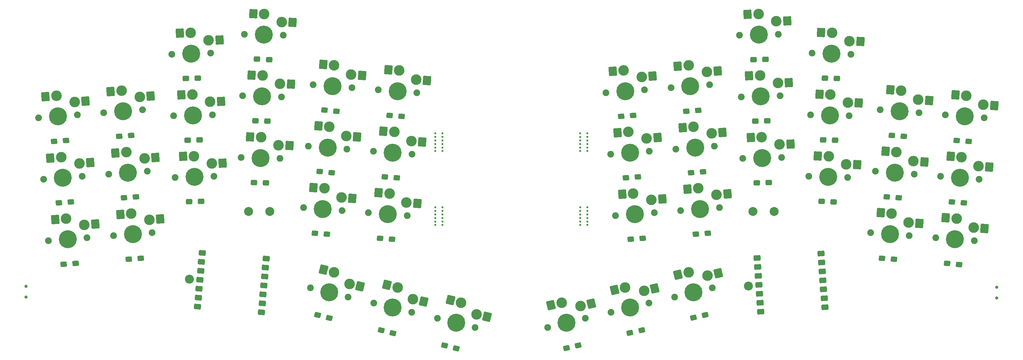
<source format=gbs>
%TF.GenerationSoftware,KiCad,Pcbnew,9.0.0*%
%TF.CreationDate,2025-07-06T20:28:58+03:00*%
%TF.ProjectId,NIOKR,4e494f4b-522e-46b6-9963-61645f706362,rev?*%
%TF.SameCoordinates,Original*%
%TF.FileFunction,Soldermask,Bot*%
%TF.FilePolarity,Negative*%
%FSLAX46Y46*%
G04 Gerber Fmt 4.6, Leading zero omitted, Abs format (unit mm)*
G04 Created by KiCad (PCBNEW 9.0.0) date 2025-07-06 20:28:58*
%MOMM*%
%LPD*%
G01*
G04 APERTURE LIST*
G04 Aperture macros list*
%AMRoundRect*
0 Rectangle with rounded corners*
0 $1 Rounding radius*
0 $2 $3 $4 $5 $6 $7 $8 $9 X,Y pos of 4 corners*
0 Add a 4 corners polygon primitive as box body*
4,1,4,$2,$3,$4,$5,$6,$7,$8,$9,$2,$3,0*
0 Add four circle primitives for the rounded corners*
1,1,$1+$1,$2,$3*
1,1,$1+$1,$4,$5*
1,1,$1+$1,$6,$7*
1,1,$1+$1,$8,$9*
0 Add four rect primitives between the rounded corners*
20,1,$1+$1,$2,$3,$4,$5,0*
20,1,$1+$1,$4,$5,$6,$7,0*
20,1,$1+$1,$6,$7,$8,$9,0*
20,1,$1+$1,$8,$9,$2,$3,0*%
G04 Aperture macros list end*
%ADD10RoundRect,0.250000X-0.792903X-0.457635X0.701389X-0.588369X0.792903X0.457635X-0.701389X0.588369X0*%
%ADD11RoundRect,0.250000X-0.711551X-0.576038X0.784795X-0.471404X0.711551X0.576038X-0.784795X0.471404X0*%
%ADD12C,0.900000*%
%ADD13C,1.900000*%
%ADD14C,3.000000*%
%ADD15C,5.100000*%
%ADD16RoundRect,0.250000X0.927177X1.026081X-0.872206X1.073199X-0.927177X-1.026081X0.872206X-1.073199X0*%
%ADD17C,0.600000*%
%ADD18RoundRect,0.250000X0.979608X0.976150X-0.814844X1.117376X-0.979608X-0.976150X0.814844X-1.117376X0*%
%ADD19RoundRect,0.250000X0.814844X1.117376X-0.979608X0.976150X-0.814844X-1.117376X0.979608X-0.976150X0*%
%ADD20RoundRect,0.250000X0.872206X1.073199X-0.927177X1.026081X-0.872206X-1.073199X0.927177X-1.026081X0*%
%ADD21C,2.540000*%
%ADD22RoundRect,0.250000X1.120251X0.810888X-0.630015X1.231089X-1.120251X-0.810888X0.630015X-1.231089X0*%
%ADD23RoundRect,0.250000X0.630015X1.231089X-1.120251X0.810888X-0.630015X-1.231089X1.120251X-0.810888X0*%
%ADD24RoundRect,0.250000X0.691104X0.441446X-0.603949X0.554749X-0.691104X-0.441446X0.603949X-0.554749X0*%
%ADD25RoundRect,0.250000X0.613538X0.544124X-0.683295X0.453440X-0.613538X-0.544124X0.683295X-0.453440X0*%
%ADD26RoundRect,0.250000X0.751653X0.327899X-0.509731X0.642397X-0.751653X-0.327899X0.509731X-0.642397X0*%
%ADD27RoundRect,0.250000X0.641175X0.511268X-0.658627X0.488580X-0.641175X-0.511268X0.658627X-0.488580X0*%
%ADD28RoundRect,0.250000X0.667054X0.477011X-0.632154X0.522380X-0.667054X-0.477011X0.632154X-0.522380X0*%
%ADD29RoundRect,0.250000X0.520865X0.633403X-0.745816X0.340967X-0.520865X-0.633403X0.745816X-0.340967X0*%
G04 APERTURE END LIST*
D10*
%TO.C,U1*%
X-123931435Y-26227011D03*
X-123710059Y-23696677D03*
X-123488683Y-21166342D03*
X-123267308Y-18636008D03*
X-123045932Y-16105673D03*
X-122824557Y-13575339D03*
X-122603181Y-11045004D03*
X-104492361Y-12629495D03*
X-104713737Y-15159830D03*
X-104935113Y-17690164D03*
X-105156488Y-20220499D03*
X-105377864Y-22750834D03*
X-105599239Y-25281168D03*
X-105820615Y-27811503D03*
%TD*%
D11*
%TO.C,U2*%
X35684649Y-27663064D03*
X35507467Y-25129252D03*
X35330286Y-22595439D03*
X35153105Y-20061626D03*
X34975923Y-17527814D03*
X34798742Y-14994001D03*
X34621560Y-12460188D03*
X52757275Y-11192016D03*
X52934456Y-13725828D03*
X53111638Y-16259641D03*
X53288819Y-18793454D03*
X53466000Y-21327266D03*
X53643182Y-23861079D03*
X53820363Y-26394892D03*
%TD*%
D12*
%TO.C,L-PSW1*%
X-172558800Y-23503500D03*
X-172508800Y-20503500D03*
%TD*%
D13*
%TO.C,R-S2*%
X50213485Y45701273D03*
D14*
X55866044Y51455278D03*
D15*
X55711600Y45557300D03*
D14*
X60806741Y49125147D03*
D13*
X61209715Y45413327D03*
D16*
X63905679Y49043999D03*
X52767106Y51536427D03*
%TD*%
D17*
%TO.C,mbites4*%
X-13460600Y1914600D03*
X-13460600Y914600D03*
X-13460600Y-85400D03*
X-13460600Y-1085400D03*
X-13460600Y-2085400D03*
X-13460600Y-3085400D03*
%TD*%
D13*
%TO.C,R-S1*%
X69539555Y29635325D03*
D14*
X75485509Y35085612D03*
D15*
X75022600Y29203800D03*
D14*
X80297485Y32500099D03*
D13*
X80505645Y28772275D03*
D18*
X83387929Y32256875D03*
X72395065Y35328835D03*
%TD*%
D13*
%TO.C,L-S0*%
X-168948545Y27320775D03*
D14*
X-163928409Y33634112D03*
D15*
X-163465500Y27752300D03*
D14*
X-158771212Y31833190D03*
D13*
X-157982455Y28183825D03*
D19*
X-155680768Y32076413D03*
X-167018852Y33390889D03*
%TD*%
D13*
%TO.C,R-S5*%
X-8229145Y34460575D03*
D14*
X-3209009Y40773912D03*
D15*
X-2746100Y34892100D03*
D14*
X1948188Y38972990D03*
D13*
X2736945Y35323625D03*
D19*
X5038632Y39216213D03*
X-6299452Y40530689D03*
%TD*%
D13*
%TO.C,L-S8*%
X-130751615Y27919227D03*
D14*
X-125407944Y33961178D03*
D15*
X-125253500Y28063200D03*
D14*
X-120352068Y31892817D03*
D13*
X-119755385Y28207173D03*
D20*
X-117253130Y31973965D03*
X-128506882Y33880030D03*
%TD*%
D13*
%TO.C,L-S2*%
X-131209715Y45413327D03*
D14*
X-125866044Y51455278D03*
D15*
X-125711600Y45557300D03*
D14*
X-120810168Y49386917D03*
D13*
X-120213485Y45701273D03*
D20*
X-117711230Y49468065D03*
X-128964982Y51374130D03*
%TD*%
D13*
%TO.C,R-S6*%
X86609455Y10737825D03*
D14*
X92555409Y16188112D03*
D15*
X92092500Y10306300D03*
D14*
X97367385Y13602599D03*
D13*
X97575545Y9874775D03*
D18*
X100457829Y13359375D03*
X89464965Y16431335D03*
%TD*%
D21*
%TO.C,L-BAT+1*%
X-109449000Y754900D03*
%TD*%
%TO.C,L-GND1*%
X-103449000Y754900D03*
%TD*%
D13*
%TO.C,R-S8*%
X49755385Y28207173D03*
D14*
X55407944Y33961178D03*
D15*
X55253500Y28063200D03*
D14*
X60348641Y31631047D03*
D13*
X60751615Y27919227D03*
D16*
X63447579Y31549899D03*
X52309006Y34042327D03*
%TD*%
D13*
%TO.C,L-S11*%
X-74110045Y17877625D03*
D14*
X-68164091Y23327912D03*
D15*
X-68627000Y17446100D03*
D14*
X-63352115Y20742399D03*
D13*
X-63143955Y17014575D03*
D18*
X-60261671Y20499175D03*
X-71254535Y23571135D03*
%TD*%
D13*
%TO.C,L-S20*%
X-55980135Y-29572350D03*
D14*
X-49254772Y-25119317D03*
D15*
X-50632100Y-30856300D03*
D14*
X-44906503Y-28425758D03*
D13*
X-45284065Y-32140250D03*
D22*
X-41892156Y-29149439D03*
X-52269119Y-24395637D03*
%TD*%
D17*
%TO.C,mbites1*%
X-56539400Y22914800D03*
X-56539400Y21914800D03*
X-56539400Y20914800D03*
X-56539400Y19914800D03*
X-56539400Y18914800D03*
X-56539400Y17914800D03*
%TD*%
D13*
%TO.C,L-S18*%
X-91957835Y-20934850D03*
D14*
X-85232472Y-16481817D03*
D15*
X-86609800Y-22218800D03*
D14*
X-80884203Y-19788258D03*
D13*
X-81261765Y-23502750D03*
D22*
X-77869856Y-20511939D03*
X-88246819Y-15758137D03*
%TD*%
D17*
%TO.C,mbites2*%
X-56536600Y1917300D03*
X-56536600Y917300D03*
X-56536600Y-82700D03*
X-56536600Y-1082700D03*
X-56536600Y-2082700D03*
X-56536600Y-3082700D03*
%TD*%
D13*
%TO.C,L-S5*%
X-72736945Y35323625D03*
D14*
X-66790991Y40773912D03*
D15*
X-67253900Y34892100D03*
D14*
X-61979015Y38188399D03*
D13*
X-61770855Y34460575D03*
D18*
X-58888571Y37945175D03*
X-69881435Y41017135D03*
%TD*%
D13*
%TO.C,R-S14*%
X49297285Y10713173D03*
D14*
X54949844Y16467178D03*
D15*
X54795400Y10569200D03*
D14*
X59890541Y14137047D03*
D13*
X60293515Y10425227D03*
D16*
X62989479Y14055899D03*
X51850906Y16548327D03*
%TD*%
D13*
%TO.C,R-S4*%
X10213855Y35912075D03*
D14*
X15233991Y42225412D03*
D15*
X15696900Y36343600D03*
D14*
X20391188Y40424490D03*
D13*
X21179945Y36775125D03*
D19*
X23481632Y40667713D03*
X12143548Y41982189D03*
%TD*%
D13*
%TO.C,R-S3*%
X29680485Y50794327D03*
D14*
X35024156Y56836278D03*
D15*
X35178600Y50938300D03*
D14*
X40080032Y54767917D03*
D13*
X40676715Y51082273D03*
D20*
X43178970Y54849065D03*
X31925218Y56755130D03*
%TD*%
D13*
%TO.C,L-S14*%
X-130293515Y10425227D03*
D14*
X-124949844Y16467178D03*
D15*
X-124795400Y10569200D03*
D14*
X-119893968Y14398817D03*
D13*
X-119297285Y10713173D03*
D20*
X-116795030Y14479965D03*
X-128048782Y16386030D03*
%TD*%
D13*
%TO.C,R-S18*%
X11261765Y-23502750D03*
D14*
X15232472Y-16481817D03*
D15*
X16609800Y-22218800D03*
D14*
X20607902Y-17453804D03*
D13*
X21957835Y-20934850D03*
D23*
X23622249Y-16730124D03*
X12218126Y-17205498D03*
%TD*%
D13*
%TO.C,L-S9*%
X-111134815Y33588273D03*
D14*
X-105482256Y39342278D03*
D15*
X-105636700Y33444300D03*
D14*
X-100541559Y37012147D03*
D13*
X-100138585Y33300327D03*
D16*
X-97442621Y36930999D03*
X-108581194Y39423427D03*
%TD*%
D13*
%TO.C,L-S3*%
X-110676715Y51082273D03*
D14*
X-105024156Y56836278D03*
D15*
X-105178600Y50938300D03*
D14*
X-100083459Y54506147D03*
D13*
X-99680485Y50794327D03*
D16*
X-96984521Y54424999D03*
X-108123094Y56917427D03*
%TD*%
D13*
%TO.C,R-S7*%
X68166455Y12189325D03*
D14*
X74112409Y17639612D03*
D15*
X73649500Y11757800D03*
D14*
X78924385Y15054099D03*
D13*
X79132545Y11326275D03*
D18*
X82014829Y14810875D03*
X71021965Y17882835D03*
%TD*%
D13*
%TO.C,L-S6*%
X-167575545Y9874775D03*
D14*
X-162555409Y16188112D03*
D15*
X-162092500Y10306300D03*
D14*
X-157398212Y14387190D03*
D13*
X-156609455Y10737825D03*
D19*
X-154307768Y14630413D03*
X-165645852Y15944889D03*
%TD*%
D13*
%TO.C,R-S10*%
X11586855Y18465975D03*
D14*
X16606991Y24779312D03*
D15*
X17069900Y18897500D03*
D14*
X21764188Y22978390D03*
D13*
X22552945Y19329025D03*
D19*
X24854632Y23221613D03*
X13516548Y24536089D03*
%TD*%
D13*
%TO.C,L-S7*%
X-149132545Y11326275D03*
D14*
X-144112409Y17639612D03*
D15*
X-143649500Y11757800D03*
D14*
X-138955212Y15838690D03*
D13*
X-138166455Y12189325D03*
D19*
X-135864768Y16081913D03*
X-147202852Y17396389D03*
%TD*%
D13*
%TO.C,R-S9*%
X30138585Y33300327D03*
D14*
X35482256Y39342278D03*
D15*
X35636700Y33444300D03*
D14*
X40538132Y37273917D03*
D13*
X41134815Y33588273D03*
D20*
X43637070Y37355065D03*
X32383318Y39261130D03*
%TD*%
D13*
%TO.C,R-S19*%
X-6727135Y-27821450D03*
D14*
X-2756428Y-20800517D03*
D15*
X-1379100Y-26537500D03*
D14*
X2619002Y-21772504D03*
D13*
X3968935Y-25253550D03*
D23*
X5633349Y-21048824D03*
X-5770774Y-21524198D03*
%TD*%
D17*
%TO.C,mbites3*%
X-13459000Y22917200D03*
X-13459000Y21917200D03*
X-13459000Y20917200D03*
X-13459000Y19917200D03*
X-13459000Y18917200D03*
X-13459000Y17917200D03*
%TD*%
D13*
%TO.C,R-S11*%
X-6856045Y17014575D03*
D14*
X-1835909Y23327912D03*
D15*
X-1373000Y17446100D03*
D14*
X3321288Y21526990D03*
D13*
X4110045Y17877625D03*
D19*
X6411732Y21770213D03*
X-4926352Y23084689D03*
%TD*%
D13*
%TO.C,L-S1*%
X-150505645Y28772275D03*
D14*
X-145485509Y35085612D03*
D15*
X-145022600Y29203800D03*
D14*
X-140328312Y33284690D03*
D13*
X-139539555Y29635325D03*
D19*
X-137237868Y33527913D03*
X-148575952Y34842389D03*
%TD*%
D13*
%TO.C,R-S13*%
X66793455Y-5256775D03*
D14*
X72739409Y193512D03*
D15*
X72276500Y-5688300D03*
D14*
X77551385Y-2392001D03*
D13*
X77759545Y-6119825D03*
D18*
X80641829Y-2635225D03*
X69648965Y436735D03*
%TD*%
D17*
%TO.C,mbites6*%
X-54539400Y1914600D03*
X-54539400Y914600D03*
X-54539400Y-85400D03*
X-54539400Y-1085400D03*
X-54539400Y-2085400D03*
X-54539400Y-3085400D03*
%TD*%
D21*
%TO.C,L-BAT+2*%
X-126268800Y-18479400D03*
%TD*%
D13*
%TO.C,L-S17*%
X-75483045Y431525D03*
D14*
X-69537091Y5881812D03*
D15*
X-70000000Y0D03*
D14*
X-64725115Y3296299D03*
D13*
X-64516955Y-431525D03*
D18*
X-61634671Y3053075D03*
X-72627535Y6125035D03*
%TD*%
D21*
%TO.C,R-BAT+1*%
X39449000Y754900D03*
%TD*%
D13*
%TO.C,L-S4*%
X-91179945Y36775125D03*
D14*
X-85233991Y42225412D03*
D15*
X-85696900Y36343600D03*
D14*
X-80422015Y39639899D03*
D13*
X-80213855Y35912075D03*
D18*
X-77331571Y39396675D03*
X-88324435Y42468635D03*
%TD*%
D12*
%TO.C,R-PSW1*%
X102558800Y-20751000D03*
X102508800Y-23751000D03*
%TD*%
D13*
%TO.C,L-S15*%
X-111592915Y16094273D03*
D14*
X-105940356Y21848278D03*
D15*
X-106094800Y15950300D03*
D14*
X-100999659Y19518147D03*
D13*
X-100596685Y15806327D03*
D16*
X-97900721Y19436999D03*
X-109039294Y21929427D03*
%TD*%
D13*
%TO.C,R-S20*%
X-24715935Y-32140250D03*
D14*
X-20745228Y-25119317D03*
D15*
X-19367900Y-30856300D03*
D14*
X-15369798Y-26091304D03*
D13*
X-14019865Y-29572350D03*
D23*
X-12355451Y-25367624D03*
X-23759574Y-25842998D03*
%TD*%
D21*
%TO.C,R-GND1*%
X33449000Y754900D03*
%TD*%
D13*
%TO.C,L-S19*%
X-73969035Y-25253550D03*
D14*
X-67243672Y-20800517D03*
D15*
X-68621000Y-26537500D03*
D14*
X-62895403Y-24106958D03*
D13*
X-63272965Y-27821450D03*
D22*
X-59881056Y-24830639D03*
X-70258019Y-20076837D03*
%TD*%
D13*
%TO.C,R-S16*%
X12959955Y1019975D03*
D14*
X17980091Y7333312D03*
D15*
X18443000Y1451500D03*
D14*
X23137288Y5532390D03*
D13*
X23926045Y1883025D03*
D19*
X26227732Y5775613D03*
X14889648Y7090089D03*
%TD*%
D13*
%TO.C,R-S12*%
X85236455Y-6708275D03*
D14*
X91182409Y-1257988D03*
D15*
X90719500Y-7139800D03*
D14*
X95994385Y-3843501D03*
D13*
X96202545Y-7571325D03*
D18*
X99084829Y-4086725D03*
X88091965Y-1014765D03*
%TD*%
D13*
%TO.C,L-S10*%
X-92552945Y19329025D03*
D14*
X-86606991Y24779312D03*
D15*
X-87069900Y18897500D03*
D14*
X-81795015Y22193799D03*
D13*
X-81586855Y18465975D03*
D18*
X-78704571Y21950575D03*
X-89697435Y25022535D03*
%TD*%
D13*
%TO.C,R-S0*%
X87982455Y28183825D03*
D14*
X93928409Y33634112D03*
D15*
X93465500Y27752300D03*
D14*
X98740385Y31048599D03*
D13*
X98948545Y27320775D03*
D18*
X101830829Y30805375D03*
X90837965Y33877335D03*
%TD*%
D17*
%TO.C,mbites8*%
X-15460600Y1914800D03*
X-15460600Y914800D03*
X-15460600Y-85200D03*
X-15460600Y-1085200D03*
X-15460600Y-2085200D03*
X-15460600Y-3085200D03*
%TD*%
D13*
%TO.C,L-S13*%
X-147759545Y-6119825D03*
D14*
X-142739409Y193512D03*
D15*
X-142276500Y-5688300D03*
D14*
X-137582212Y-1607410D03*
D13*
X-136793455Y-5256775D03*
D19*
X-134491768Y-1364187D03*
X-145829852Y-49711D03*
%TD*%
D17*
%TO.C,mbites5*%
X-54539400Y22914600D03*
X-54539400Y21914600D03*
X-54539400Y20914600D03*
X-54539400Y19914600D03*
X-54539400Y18914600D03*
X-54539400Y17914600D03*
%TD*%
D13*
%TO.C,L-S16*%
X-93926045Y1883025D03*
D14*
X-87980091Y7333312D03*
D15*
X-88443000Y1451500D03*
D14*
X-83168115Y4747799D03*
D13*
X-82959955Y1019975D03*
D18*
X-80077671Y4504575D03*
X-91070535Y7576535D03*
%TD*%
D13*
%TO.C,R-S17*%
X-5483045Y-431525D03*
D14*
X-462909Y5881812D03*
D15*
X0Y0D03*
D14*
X4694288Y4080890D03*
D13*
X5483045Y431525D03*
D19*
X7784732Y4324113D03*
X-3553352Y5638589D03*
%TD*%
D13*
%TO.C,R-S15*%
X30596685Y15806327D03*
D14*
X35940356Y21848278D03*
D15*
X36094800Y15950300D03*
D14*
X40996232Y19779917D03*
D13*
X41592915Y16094273D03*
D20*
X44095170Y19861065D03*
X32841418Y21767130D03*
%TD*%
D17*
%TO.C,mbites7*%
X-15458900Y22917300D03*
X-15458900Y21917300D03*
X-15458900Y20917300D03*
X-15458900Y19917300D03*
X-15458900Y18917300D03*
X-15458900Y17917300D03*
%TD*%
D21*
%TO.C,R-BAT+2*%
X32163700Y-20376500D03*
%TD*%
D13*
%TO.C,L-S12*%
X-166202545Y-7571325D03*
D14*
X-161182409Y-1257988D03*
D15*
X-160719500Y-7139800D03*
D14*
X-156025212Y-3058910D03*
D13*
X-155236455Y-6708275D03*
D19*
X-152934768Y-2815687D03*
X-164272852Y-1501211D03*
%TD*%
D24*
%TO.C,L-D5*%
X-66109569Y27765535D03*
X-69496631Y28061865D03*
%TD*%
%TO.C,R-D6*%
X93236831Y3179735D03*
X89849769Y3476065D03*
%TD*%
%TO.C,R-D0*%
X94609831Y20625735D03*
X91222769Y20922065D03*
%TD*%
%TO.C,L-D10*%
X-85925569Y11770935D03*
X-89312631Y12067265D03*
%TD*%
D25*
%TO.C,L-D0*%
X-161220441Y20892486D03*
X-164612159Y20655314D03*
%TD*%
%TO.C,R-D10*%
X19315059Y12037686D03*
X15923341Y11800514D03*
%TD*%
D26*
%TO.C,L-D18*%
X-86594397Y-29436667D03*
X-89893403Y-28614133D03*
%TD*%
D24*
%TO.C,R-D12*%
X91863831Y-14266365D03*
X88476769Y-13970035D03*
%TD*%
D25*
%TO.C,L-D13*%
X-140031441Y-12548114D03*
X-143423159Y-12785286D03*
%TD*%
D24*
%TO.C,L-D16*%
X-87298669Y-5675065D03*
X-90685731Y-5378735D03*
%TD*%
%TO.C,R-D7*%
X74793831Y4631135D03*
X71406769Y4927465D03*
%TD*%
D25*
%TO.C,R-D4*%
X17941959Y29483786D03*
X14550241Y29246614D03*
%TD*%
D27*
%TO.C,L-D2*%
X-123828659Y38589369D03*
X-127228141Y38530031D03*
%TD*%
D28*
%TO.C,R-D8*%
X56769264Y21006271D03*
X53371336Y21124929D03*
%TD*%
%TO.C,R-D2*%
X57227364Y38500371D03*
X53829436Y38619029D03*
%TD*%
%TO.C,L-D15*%
X-104579136Y8893371D03*
X-107977064Y9012029D03*
%TD*%
D25*
%TO.C,R-D11*%
X872059Y10586186D03*
X-2519659Y10349014D03*
%TD*%
D27*
%TO.C,L-D14*%
X-122912459Y3601269D03*
X-126311941Y3541931D03*
%TD*%
D24*
%TO.C,L-D17*%
X-68855669Y-7126565D03*
X-72242731Y-6830235D03*
%TD*%
D25*
%TO.C,R-D5*%
X-501041Y28032286D03*
X-3892759Y27795114D03*
%TD*%
D26*
%TO.C,L-D20*%
X-50616697Y-38074167D03*
X-53915703Y-37251633D03*
%TD*%
D25*
%TO.C,L-D12*%
X-158474441Y-13999614D03*
X-161866159Y-14236786D03*
%TD*%
D28*
%TO.C,L-D3*%
X-103662936Y43881371D03*
X-107060864Y44000029D03*
%TD*%
%TO.C,L-D9*%
X-104121036Y26387371D03*
X-107518964Y26506029D03*
%TD*%
D29*
%TO.C,R-D18*%
X19900329Y-28642983D03*
X16587471Y-29407817D03*
%TD*%
%TO.C,R-D19*%
X1911529Y-32961683D03*
X-1401329Y-33726517D03*
%TD*%
D27*
%TO.C,R-D03*%
X37029741Y43929669D03*
X33630259Y43870331D03*
%TD*%
D28*
%TO.C,R-D14*%
X56311164Y3512271D03*
X52913236Y3630929D03*
%TD*%
D27*
%TO.C,R-D9*%
X37519741Y26476369D03*
X34120259Y26417031D03*
%TD*%
D29*
%TO.C,R-D20*%
X-16077371Y-37280483D03*
X-19390229Y-38045317D03*
%TD*%
D25*
%TO.C,L-D1*%
X-142777541Y22343986D03*
X-146169259Y22106814D03*
%TD*%
D24*
%TO.C,L-D4*%
X-84552569Y29217035D03*
X-87939631Y29513365D03*
%TD*%
D26*
%TO.C,L-D19*%
X-68605597Y-33755367D03*
X-71904603Y-32932833D03*
%TD*%
D24*
%TO.C,R-D1*%
X76166931Y22077235D03*
X72779869Y22373565D03*
%TD*%
D25*
%TO.C,L-D7*%
X-141404441Y4897886D03*
X-144796159Y4660714D03*
%TD*%
%TO.C,R-D17*%
X2245059Y-6859814D03*
X-1146659Y-7096986D03*
%TD*%
D27*
%TO.C,L-D8*%
X-123370559Y21095269D03*
X-126770041Y21035931D03*
%TD*%
%TO.C,R-D15*%
X37977841Y8982369D03*
X34578359Y8923031D03*
%TD*%
D24*
%TO.C,R-D13*%
X73420831Y-12814865D03*
X70033769Y-12518535D03*
%TD*%
D25*
%TO.C,L-D6*%
X-159847441Y3446486D03*
X-163239159Y3209314D03*
%TD*%
D24*
%TO.C,L-D11*%
X-67482669Y10319435D03*
X-70869731Y10615765D03*
%TD*%
D25*
%TO.C,R-D16*%
X20688059Y-5408314D03*
X17296341Y-5645486D03*
%TD*%
M02*

</source>
